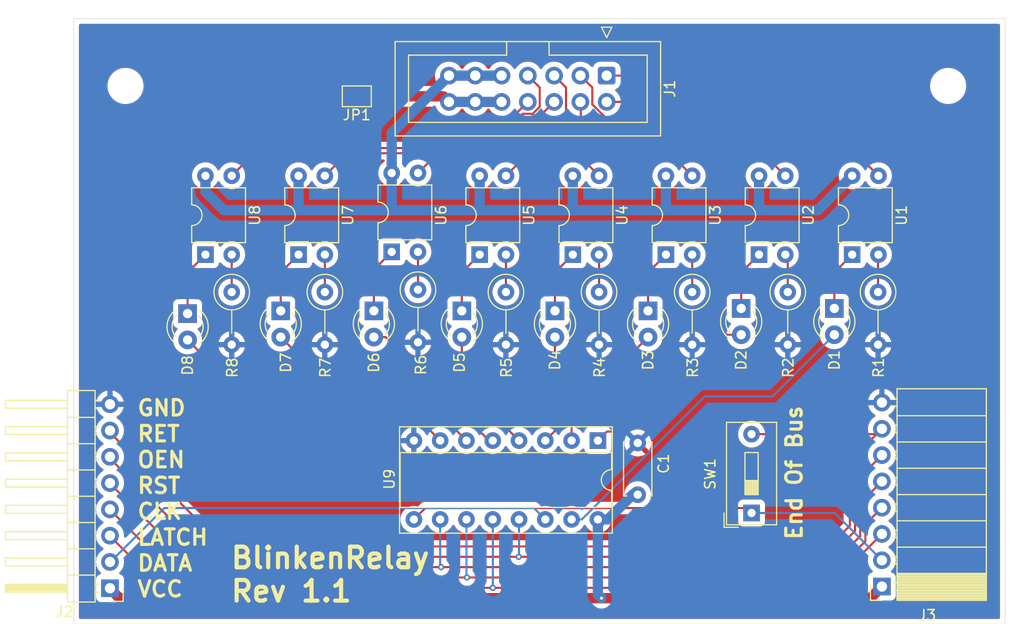
<source format=kicad_pcb>
(kicad_pcb (version 20240108) (generator "pcbnew") (generator_version "8.0")
  (title_block (comment 4 "AISLER Project ID: EPZBMRQH"))
  (layers (0 "F.Cu" signal) (31 "B.Cu" signal) (34 "B.Paste" user) (35 "F.Paste" user) (36 "B.SilkS" user "B.Silkscreen") (37 "F.SilkS" user "F.Silkscreen") (38 "B.Mask" user) (39 "F.Mask" user) (44 "Edge.Cuts" user))
  (net 0 "")
  (net 1 "Kanal 1")
  (net 2 "Kanal 4")
  (net 3 "Net-(J1-Pin_10)")
  (net 4 "+24V")
  (net 5 "Kanal 8")
  (net 6 "Kanal 2")
  (net 7 "Kanal 6")
  (net 8 "Kanal 3")
  (net 9 "Kanal 5")
  (net 10 "Kanal 7")
  (net 11 "Clock")
  (net 12 "Output Enable")
  (net 13 "Reset")
  (net 14 "VCC")
  (net 15 "GND")
  (net 16 "Data")
  (net 17 "Strobe")
  (net 18 "Return")
  (net 19 "Data Out")
  (net 20 "Net-(R1-Pad1)")
  (net 21 "Net-(R2-Pad1)")
  (net 22 "Net-(R3-Pad1)")
  (net 23 "Net-(R4-Pad1)")
  (net 24 "Net-(R5-Pad1)")
  (net 25 "Net-(R6-Pad1)")
  (net 26 "Net-(R7-Pad1)")
  (net 27 "Net-(R8-Pad1)")
  (net 28 "Net-(D1-K)")
  (net 29 "Net-(D1-A)")
  (net 30 "Net-(D2-K)")
  (net 31 "Net-(D2-A)")
  (net 32 "Net-(D3-K)")
  (net 33 "Net-(D3-A)")
  (net 34 "Net-(D4-K)")
  (net 35 "Net-(D4-A)")
  (net 36 "Net-(D5-A)")
  (net 37 "Net-(D5-K)")
  (net 38 "Net-(D6-K)")
  (net 39 "Net-(D6-A)")
  (net 40 "Net-(D7-K)")
  (net 41 "Net-(D7-A)")
  (net 42 "Net-(D8-K)")
  (net 43 "Net-(D8-A)")
  (footprint "Package_DIP:DIP-16_W7.62mm_Socket" (layer "F.Cu") (at 144.65 69.27 -90)
    (property "Reference" "U9")
    (property "Value" "74HC595")
  )
  (footprint "LED_THT:LED_D3.0mm" (layer "F.Cu") (at 158.5 56.5 -90)
    (property "Reference" "D2")
    (property "Value" "LED")
  )
  (footprint "Connector_IDC:IDC-Header_2x07_P2.54mm_Vertical" (layer "F.Cu") (at 145.5 34 -90)
    (property "Reference" "J1")
    (property "Value" "Conn_02x07_Odd_Even")
  )
  (footprint "Package_DIP:DIP-4_W7.62mm" (layer "F.Cu") (at 160.225 51.3 90)
    (property "Reference" "U2")
    (property "Value" "LTV-817")
  )
  (footprint "Resistor_THT:R_Axial_DIN0309_L9.0mm_D3.2mm_P5.08mm_Vertical" (layer "F.Cu") (at 144.765 54.92 -90)
    (property "Reference" "R4")
    (property "Value" "140")
  )
  (footprint "Connector_PinHeader_2.54mm:PinHeader_1x08_P2.54mm_Horizontal" (layer "F.Cu") (at 97.5 83.54 180)
    (property "Reference" "J2")
    (property "Value" "Conn_01x08_Pin")
  )
  (footprint "LED_THT:LED_D3.0mm" (layer "F.Cu") (at 105 57 -90)
    (property "Reference" "D8")
    (property "Value" "LED")
  )
  (footprint "Package_DIP:DIP-4_W7.62mm" (layer "F.Cu") (at 124.725 51.03 90)
    (property "Reference" "U6")
    (property "Value" "LTV-817")
  )
  (footprint "MountingHole:MountingHole_3mm" (layer "F.Cu") (at 99 35)
    (property "Reference" "REF**" (hide yes))
    (property "Value" "MountingHole_3mm")
  )
  (footprint "Package_DIP:DIP-4_W7.62mm" (layer "F.Cu") (at 106.725 51.3 90)
    (property "Reference" "U8")
    (property "Value" "LTV-817")
  )
  (footprint "Package_DIP:DIP-4_W7.62mm" (layer "F.Cu") (at 115.725 51.3 90)
    (property "Reference" "U7")
    (property "Value" "LTV-817")
  )
  (footprint "Button_Switch_THT:SW_DIP_SPSTx01_Slide_9.78x4.72mm_W7.62mm_P2.54mm" (layer "F.Cu") (at 159.5 76.2675 90)
    (property "Reference" "SW1")
    (property "Value" "SW_DIP_x01")
  )
  (footprint "Resistor_THT:R_Axial_DIN0309_L9.0mm_D3.2mm_P5.08mm_Vertical" (layer "F.Cu") (at 135.765 54.92 -90)
    (property "Reference" "R5")
    (property "Value" "140")
  )
  (footprint "Package_DIP:DIP-4_W7.62mm" (layer "F.Cu") (at 133.225 51.3 90)
    (property "Reference" "U5")
    (property "Value" "LTV-817")
  )
  (footprint "LED_THT:LED_D3.0mm" (layer "F.Cu") (at 123 56.73 -90)
    (property "Reference" "D6")
    (property "Value" "LED")
  )
  (footprint "Package_DIP:DIP-4_W7.62mm" (layer "F.Cu") (at 169.225 51.3 90)
    (property "Reference" "U1")
    (property "Value" "LTV-817")
  )
  (footprint "LED_THT:LED_D3.0mm" (layer "F.Cu") (at 167.5 56.5 -90)
    (property "Reference" "D1")
    (property "Value" "LED")
  )
  (footprint "Resistor_THT:R_Axial_DIN0309_L9.0mm_D3.2mm_P5.08mm_Vertical" (layer "F.Cu") (at 127.265 54.69 -90)
    (property "Reference" "R6")
    (property "Value" "140")
  )
  (footprint "Resistor_THT:R_Axial_DIN0309_L9.0mm_D3.2mm_P5.08mm_Vertical" (layer "F.Cu") (at 118.265 54.92 -90)
    (property "Reference" "R7")
    (property "Value" "140")
  )
  (footprint "LED_THT:LED_D3.0mm" (layer "F.Cu") (at 149.5 56.73 -90)
    (property "Reference" "D3")
    (property "Value" "LED")
  )
  (footprint "Resistor_THT:R_Axial_DIN0309_L9.0mm_D3.2mm_P5.08mm_Vertical" (layer "F.Cu") (at 109.265 54.92 -90)
    (property "Reference" "R8")
    (property "Value" "140")
  )
  (footprint "Resistor_THT:R_Axial_DIN0309_L9.0mm_D3.2mm_P5.08mm_Vertical" (layer "F.Cu") (at 171.725 54.92 -90)
    (property "Reference" "R1")
    (property "Value" "140")
  )
  (footprint "Capacitor_THT:C_Disc_D5.0mm_W2.5mm_P5.00mm" (layer "F.Cu") (at 148.5 74.5 90)
    (property "Reference" "C1")
    (property "Value" "10n")
  )
  (footprint "Connector_PinSocket_2.54mm:PinSocket_1x08_P2.54mm_Horizontal" (layer "F.Cu") (at 172.1 83.375 180)
    (property "Reference" "J3")
    (property "Value" "Conn_01x08_Socket")
  )
  (footprint "Resistor_THT:R_Axial_DIN0309_L9.0mm_D3.2mm_P5.08mm_Vertical" (layer "F.Cu") (at 153.765 54.92 -90)
    (property "Reference" "R3")
    (property "Value" "140")
  )
  (footprint "Package_DIP:DIP-4_W7.62mm" (layer "F.Cu") (at 142.225 51.3 90)
    (property "Reference" "U4")
    (property "Value" "LTV-817")
  )
  (footprint "Jumper:SolderJumper-2_P1.3mm_Open_Pad1.0x1.5mm" (layer "F.Cu") (at 121.35 36 180)
    (property "Reference" "JP1")
    (property "Value" "Jumper_2_Open" (hide yes))
  )
  (footprint "Resistor_THT:R_Axial_DIN0309_L9.0mm_D3.2mm_P5.08mm_Vertical" (layer "F.Cu") (at 163 54.92 -90)
    (property "Reference" "R2")
    (property "Value" "140")
  )
  (footprint "MountingHole:MountingHole_3mm" (layer "F.Cu") (at 178.5 35)
    (property "Reference" "REF**" (hide yes))
    (property "Value" "MountingHole_3mm")
  )
  (footprint "LED_THT:LED_D3.0mm" (layer "F.Cu") (at 114 56.73 -90)
    (property "Reference" "D7")
    (property "Value" "LED")
  )
  (footprint "LED_THT:LED_D3.0mm" (layer "F.Cu") (at 140.5 56.73 -90)
    (property "Reference" "D4")
    (property "Value" "LED")
  )
  (footprint "Package_DIP:DIP-4_W7.62mm" (layer "F.Cu") (at 151.225 51.3 90)
    (property "Reference" "U3")
    (property "Value" "LTV-817")
  )
  (footprint "LED_THT:LED_D3.0mm" (layer "F.Cu") (at 131.5 56.73 -90)
    (property "Reference" "D5")
    (property "Value" "LED")
  )
  (gr_rect (start 94 28.5) (end 184 87) (stroke (width 0.05)) (fill none) (layer "Edge.Cuts"))
  (gr_text "End Of Bus" (at 164.5 79 90) (layer "F.SilkS") (effects (font (size 1.5 1.5) (thickness 0.3) (bold yes)) (justify left bottom)))
  (gr_text "BlinkenRelay\nRev 1.1" (at 109 85 0) (layer "F.SilkS") (effects (font (size 2 2) (thickness 0.4) (bold yes)) (justify left bottom)))
  (gr_text "GND" (at 100 67 0) (layer "F.SilkS") (effects (font (size 1.5 1.5) (thickness 0.3) (bold yes)) (justify left bottom)))
  (gr_text "LATCH" (at 100 79.5 0) (layer "F.SilkS") (effects (font (size 1.5 1.5) (thickness 0.3) (bold yes)) (justify left bottom)))
  (gr_text "OEN\n" (at 100 72 0) (layer "F.SilkS") (effects (font (size 1.5 1.5) (thickness 0.3) (bold yes)) (justify left bottom)))
  (gr_text "DATA" (at 100 82 0) (layer "F.SilkS") (effects (font (size 1.5 1.5) (thickness 0.3) (bold yes)) (justify left bottom)))
  (gr_text "RST" (at 100 74.5 0) (layer "F.SilkS") (effects (font (size 1.5 1.5) (thickness 0.3) (bold yes)) (justify left bottom)))
  (gr_text "RET" (at 100 69.5 0) (layer "F.SilkS") (effects (font (size 1.5 1.5) (thickness 0.3) (bold yes)) (justify left bottom)))
  (gr_text "CLK" (at 100 77 0) (layer "F.SilkS") (effects (font (size 1.5 1.5) (thickness 0.3) (bold yes)) (justify left bottom)))
  (gr_text "VCC" (at 100 84.5 0) (layer "F.SilkS") (effects (font (size 1.5 1.5) (thickness 0.3) (bold yes)) (justify left bottom)))
  (segment (start 162.085 34) (end 145.5 34) (width 0.2) (layer "F.Cu") (net 1))
  (segment (start 171.765 43.68) (end 162.085 34) (width 0.2) (layer "F.Cu") (net 1))
  (segment (start 143 41.915) (end 143 36.58) (width 0.2) (layer "F.Cu") (net 2))
  (segment (start 144.765 43.68) (end 143 41.915) (width 0.2) (layer "F.Cu") (net 2))
  (segment (start 122 36) (end 129.72 36) (width 1) (layer "F.Cu") (net 3))
  (segment (start 129.72 36) (end 130.26 36.54) (width 0.2) (layer "F.Cu") (net 3))
  (segment (start 135.34 36.54) (end 132.8 36.54) (width 1) (layer "B.Cu") (net 3))
  (segment (start 130.26 36.54) (end 132.8 36.54) (width 1) (layer "B.Cu") (net 3))
  (segment (start 133.225 46.775) (end 133 47) (width 1) (layer "B.Cu") (net 4))
  (segment (start 142.225 46.725) (end 142.5 47) (width 1) (layer "B.Cu") (net 4))
  (segment (start 106.725 43.68) (end 106.725 45.225) (width 1) (layer "B.Cu") (net 4))
  (segment (start 135.34 34) (end 132.8 34) (width 1) (layer "B.Cu") (net 4))
  (segment (start 160.225 43.68) (end 160.225 46.725) (width 1) (layer "B.Cu") (net 4))
  (segment (start 130.26 34) (end 132.8 34) (width 1) (layer "B.Cu") (net 4))
  (segment (start 151.225 46.725) (end 151.5 47) (width 1) (layer "B.Cu") (net 4))
  (segment (start 160.5 47) (end 165.905 47) (width 1) (layer "B.Cu") (net 4))
  (segment (start 124.725 43.41) (end 124.725 46.775) (width 1) (layer "B.Cu") (net 4))
  (segment (start 124.5 47) (end 133 47) (width 1) (layer "B.Cu") (net 4))
  (segment (start 124.725 46.775) (end 124.5 47) (width 1) (layer "B.Cu") (net 4))
  (segment (start 115.725 46.775) (end 115.5 47) (width 1) (layer "B.Cu") (net 4))
  (segment (start 142.5 47) (end 151.5 47) (width 1) (layer "B.Cu") (net 4))
  (segment (start 160.225 46.725) (end 160.5 47) (width 1) (layer "B.Cu") (net 4))
  (segment (start 124.725 43.41) (end 124.725 39.535) (width 1) (layer "B.Cu") (net 4))
  (segment (start 133.225 43.68) (end 133.225 46.775) (width 1) (layer "B.Cu") (net 4))
  (segment (start 165.905 47) (end 169.225 43.68) (width 1) (layer "B.Cu") (net 4))
  (segment (start 133 47) (end 142.5 47) (width 1) (layer "B.Cu") (net 4))
  (segment (start 124.725 39.535) (end 130.26 34) (width 1) (layer "B.Cu") (net 4))
  (segment (start 108.5 47) (end 115.5 47) (width 1) (layer "B.Cu") (net 4))
  (segment (start 115.725 43.68) (end 115.725 46.775) (width 1) (layer "B.Cu") (net 4))
  (segment (start 151.5 47) (end 160.5 47) (width 1) (layer "B.Cu") (net 4))
  (segment (start 115.5 47) (end 124.5 47) (width 1) (layer "B.Cu") (net 4))
  (segment (start 142.225 43.68) (end 142.225 46.725) (width 1) (layer "B.Cu") (net 4))
  (segment (start 151.225 43.68) (end 151.225 46.725) (width 1) (layer "B.Cu") (net 4))
  (segment (start 106.725 45.225) (end 108.5 47) (width 1) (layer "B.Cu") (net 4))
  (segment (start 133.42 41) (end 137.88 36.54) (width 0.2) (layer "F.Cu") (net 5))
  (segment (start 111.945 41) (end 133.42 41) (width 0.2) (layer "F.Cu") (net 5))
  (segment (start 109.265 43.68) (end 111.945 41) (width 0.2) (layer "F.Cu") (net 5))
  (segment (start 162.765 43.68) (end 155.625 36.54) (width 0.2) (layer "F.Cu") (net 6))
  (segment (start 155.625 36.54) (end 145.5 36.54) (width 0.2) (layer "F.Cu") (net 6))
  (segment (start 128.775 41.9) (end 135.06 41.9) (width 0.2) (layer "F.Cu") (net 7))
  (segment (start 127.265 43.41) (end 128.775 41.9) (width 0.2) (layer "F.Cu") (net 7))
  (segment (start 135.06 41.9) (end 140.42 36.54) (width 0.2) (layer "F.Cu") (net 7))
  (segment (start 153.765 43.68) (end 148.085 38) (width 0.2) (layer "F.Cu") (net 8))
  (segment (start 144.11 36.776346) (end 144.11 35.15) (width 0.2) (layer "F.Cu") (net 8))
  (segment (start 145.333654 38) (end 144.11 36.776346) (width 0.2) (layer "F.Cu") (net 8))
  (segment (start 144.11 35.15) (end 142.96 34) (width 0.2) (layer "F.Cu") (net 8))
  (segment (start 148.085 38) (end 145.333654 38) (width 0.2) (layer "F.Cu") (net 8))
  (segment (start 141.57 37.875) (end 141.57 35.15) (width 0.2) (layer "F.Cu") (net 9))
  (segment (start 135.765 43.68) (end 141.57 37.875) (width 0.2) (layer "F.Cu") (net 9))
  (segment (start 141.57 35.15) (end 140.42 34) (width 0.2) (layer "F.Cu") (net 9))
  (segment (start 139.03 37.016346) (end 139.03 35.15) (width 0.2) (layer "F.Cu") (net 10))
  (segment (start 118.265 43.68) (end 120.445 41.5) (width 0.2) (layer "F.Cu") (net 10))
  (segment (start 120.445 41.5) (end 133.593654 41.5) (width 0.2) (layer "F.Cu") (net 10))
  (segment (start 138.356346 37.69) (end 139.03 37.016346) (width 0.2) (layer "F.Cu") (net 10))
  (segment (start 133.593654 41.5) (end 137.403654 37.69) (width 0.2) (layer "F.Cu") (net 10))
  (segment (start 139.03 35.15) (end 137.88 34) (width 0.2) (layer "F.Cu") (net 10))
  (segment (start 137.403654 37.69) (end 138.356346 37.69) (width 0.2) (layer "F.Cu") (net 10))
  (segment (start 132 82.5) (end 167 82.5) (width 0.2) (layer "F.Cu") (net 11))
  (segment (start 104.04 82.5) (end 97.5 75.96) (width 0.2) (layer "F.Cu") (net 11))
  (segment (start 170.5 79) (end 170.5 77.355) (width 0.2) (layer "F.Cu") (net 11))
  (segment (start 170.5 77.355) (end 172.1 75.755) (width 0.2) (layer "F.Cu") (net 11))
  (segment (start 167 82.5) (end 170.5 79) (width 0.2) (layer "F.Cu") (net 11))
  (segment (start 132 82.5) (end 104.04 82.5) (width 0.2) (layer "F.Cu") (net 11))
  (via (at 132 82.5) (size 0.6) (drill 0.3) (layers "F.Cu" "B.Cu") (net 11))
  (segment (start 131.95 82.45) (end 131.95 76.89) (width 0.2) (layer "B.Cu") (net 11))
  (segment (start 132 82.5) (end 131.95 82.45) (width 0.2) (layer "B.Cu") (net 11))
  (segment (start 107 80.5) (end 137 80.5) (width 0.2) (layer "F.Cu") (net 12))
  (segment (start 167 80.5) (end 169.5 78) (width 0.2) (layer "F.Cu") (net 12))
  (segment (start 107 80.5) (end 97.5 71) (width 0.2) (layer "F.Cu") (net 12))
  (segment (start 137 80.5) (end 167 80.5) (width 0.2) (layer "F.Cu") (net 12))
  (segment (start 169.5 78) (end 169.5 73.275) (width 0.2) (layer "F.Cu") (net 12))
  (segment (start 169.5 73.275) (end 172.1 70.675) (width 0.2) (layer "F.Cu") (net 12))
  (via (at 137 80.5) (size 0.6) (drill 0.3) (layers "F.Cu" "B.Cu") (net 12))
  (segment (start 137.03 80.47) (end 137.03 76.89) (width 0.2) (layer "B.Cu") (net 12))
  (segment (start 137 80.5) (end 137.03 80.47) (width 0.2) (layer "B.Cu") (net 12))
  (segment (start 105.5 81.42) (end 97.5 73.42) (width 0.2) (layer "F.Cu") (net 13))
  (segment (start 129.5 81.5) (end 167 81.5) (width 0.2) (layer "F.Cu") (net 13))
  (segment (start 105.5 81.5) (end 129.5 81.5) (width 0.2) (layer "F.Cu") (net 13))
  (segment (start 105.5 81.5) (end 105.5 81.42) (width 0.2) (layer "F.Cu") (net 13))
  (segment (start 167 81.5) (end 170 78.5) (width 0.2) (layer "F.Cu") (net 13))
  (segment (start 170 78.5) (end 170 75.315) (width 0.2) (layer "F.Cu") (net 13))
  (segment (start 170 75.315) (end 172.1 73.215) (width 0.2) (layer "F.Cu") (net 13))
  (via (at 129.5 81.5) (size 0.6) (drill 0.3) (layers "F.Cu" "B.Cu") (net 13))
  (segment (start 129.41 76.89) (end 129.41 81.41) (width 0.2) (layer "B.Cu") (net 13))
  (segment (start 129.41 81.41) (end 129.5 81.5) (width 0.2) (layer "B.Cu") (net 13))
  (segment (start 170.975 84.5) (end 145 84.5) (width 1) (layer "F.Cu") (net 14))
  (segment (start 98.42 84.5) (end 145 84.5) (width 1) (layer "F.Cu") (net 14))
  (segment (start 172.1 83.375) (end 170.975 84.5) (width 1) (layer "F.Cu") (net 14))
  (segment (start 98.42 84.5) (end 97.5 83.58) (width 1) (layer "F.Cu") (net 14))
  (via (at 145 84.5) (size 0.6) (drill 0.3) (layers "F.Cu" "B.Cu") (net 14))
  (segment (start 144.65 84.15) (end 144.65 76.89) (width 1) (layer "B.Cu") (net 14))
  (segment (start 148 74.5) (end 145.61 76.89) (width 1) (layer "B.Cu") (net 14))
  (segment (start 148.5 74.5) (end 148 74.5) (width 1) (layer "B.Cu") (net 14))
  (segment (start 145 84.5) (end 144.65 84.15) (width 1) (layer "B.Cu") (net 14))
  (segment (start 145.61 76.89) (end 144.65 76.89) (width 1) (layer "B.Cu") (net 14))
  (segment (start 102.75 75.79) (end 138.47 75.79) (width 0.2) (layer "B.Cu") (net 16))
  (segment (start 97.5 81.04) (end 102.75 75.79) (width 0.2) (layer "B.Cu") (net 16))
  (segment (start 138.47 75.79) (end 139.57 76.89) (width 0.2) (layer "B.Cu") (net 16))
  (segment (start 102.5 83.5) (end 134.5 83.5) (width 0.2) (layer "F.Cu") (net 17))
  (segment (start 166.895 83.5) (end 172.1 78.295) (width 0.2) (layer "F.Cu") (net 17))
  (segment (start 102.5 83.5) (end 97.5 78.5) (width 0.2) (layer "F.Cu") (net 17))
  (segment (start 134.5 83.5) (end 166.895 83.5) (width 0.2) (layer "F.Cu") (net 17))
  (via (at 134.5 83.5) (size 0.6) (drill 0.3) (layers "F.Cu" "B.Cu") (net 17))
  (segment (start 134.5 77.748628) (end 134.5 83.5) (width 0.2) (layer "B.Cu") (net 17))
  (segment (start 134.065686 77.314314) (end 134.5 77.748628) (width 0.2) (layer "B.Cu") (net 17))
  (segment (start 169 71.235) (end 172.1 68.135) (width 0.2) (layer "F.Cu") (net 18))
  (segment (start 108.5 79.5) (end 167 79.5) (width 0.2) (layer "F.Cu") (net 18))
  (segment (start 167 79.5) (end 169 77.5) (width 0.2) (layer "F.Cu") (net 18))
  (segment (start 169 77.5) (end 169 71.235) (width 0.2) (layer "F.Cu") (net 18))
  (segment (start 159.5 68.6475) (end 171.5875 68.6475) (width 0.2) (layer "F.Cu") (net 18))
  (segment (start 97.5 68.5) (end 108.5 79.5) (width 0.2) (layer "F.Cu") (net 18))
  (segment (start 127.97 75.79) (end 159.0225 75.79) (width 0.2) (layer "F.Cu") (net 19))
  (segment (start 126.87 76.89) (end 127.97 75.79) (width 0.2) (layer "F.Cu") (net 19))
  (segment (start 167.5325 76.2675) (end 172.1 80.835) (width 0.2) (layer "B.Cu") (net 19))
  (segment (start 159.5 76.2675) (end 167.5325 76.2675) (width 0.2) (layer "B.Cu") (net 19))
  (segment (start 171.725 54.92) (end 171.725 51.34) (width 0.2) (layer "F.Cu") (net 20))
  (segment (start 163 54.92) (end 163 51.535) (width 0.2) (layer "F.Cu") (net 21))
  (segment (start 153.765 54.92) (end 153.765 51.3) (width 0.2) (layer "F.Cu") (net 22))
  (segment (start 144.765 54.92) (end 144.765 51.3) (width 0.2) (layer "F.Cu") (net 23))
  (segment (start 135.765 54.92) (end 135.765 51.3) (width 0.2) (layer "F.Cu") (net 24))
  (segment (start 127.265 54.69) (end 127.265 51.03) (width 0.2) (layer "F.Cu") (net 25))
  (segment (start 118.265 54.92) (end 118.265 51.3) (width 0.2) (layer "F.Cu") (net 26))
  (segment (start 109.265 54.92) (end 109.265 51.3) (width 0.2) (layer "F.Cu") (net 27))
  (segment (start 167.5 53.025) (end 169.225 51.3) (width 0.2) (layer "F.Cu") (net 28))
  (segment (start 167.5 56.5) (end 167.5 53.025) (width 0.2) (layer "F.Cu") (net 28))
  (segment (start 142.11 76.89) (end 143.094365 76.89) (width 0.2) (layer "B.Cu") (net 29))
  (segment (start 154.984365 65) (end 161.54 65) (width 0.2) (layer "B.Cu") (net 29))
  (segment (start 161.54 65) (end 167.5 59.04) (width 0.2) (layer "B.Cu") (net 29))
  (segment (start 143.094365 76.89) (end 154.984365 65) (width 0.2) (layer "B.Cu") (net 29))
  (segment (start 158.5 53.025) (end 160.225 51.3) (width 0.2) (layer "F.Cu") (net 30))
  (segment (start 158.5 56.5) (end 158.5 53.025) (width 0.2) (layer "F.Cu") (net 30))
  (segment (start 145.52 68.4) (end 147.6 68.4) (width 0.2) (layer "F.Cu") (net 31))
  (segment (start 144.65 69.27) (end 145.52 68.4) (width 0.2) (layer "F.Cu") (net 31))
  (segment (start 156.96 59.04) (end 158.5 59.04) (width 0.2) (layer "F.Cu") (net 31))
  (segment (start 147.6 68.4) (end 156.96 59.04) (width 0.2) (layer "F.Cu") (net 31))
  (segment (start 149.5 56.73) (end 149.5 53.025) (width 0.2) (layer "F.Cu") (net 32))
  (segment (start 149.5 53.025) (end 151.225 51.3) (width 0.2) (layer "F.Cu") (net 32))
  (segment (start 142.11 66.66) (end 149.5 59.27) (width 0.2) (layer "F.Cu") (net 33))
  (segment (start 142.11 69.27) (end 142.11 66.66) (width 0.2) (layer "F.Cu") (net 33))
  (segment (start 140.5 56.73) (end 140.5 53.025) (width 0.2) (layer "F.Cu") (net 34))
  (segment (start 140.5 53.025) (end 142.225 51.3) (width 0.2) (layer "F.Cu") (net 34))
  (segment (start 140.5 59.27) (end 140.5 68.34) (width 0.2) (layer "F.Cu") (net 35))
  (segment (start 140.5 68.34) (end 139.57 69.27) (width 0.2) (layer "F.Cu") (net 35))
  (segment (start 131.5 59.27) (end 131.5 63.74) (width 0.2) (layer "F.Cu") (net 36))
  (segment (start 131.5 63.74) (end 137.03 69.27) (width 0.2) (layer "F.Cu") (net 36))
  (segment (start 131.5 53.025) (end 133.225 51.3) (width 0.2) (layer "F.Cu") (net 37))
  (segment (start 131.5 56.73) (end 131.5 53.025) (width 0.2) (layer "F.Cu") (net 37))
  (segment (start 123 56.73) (end 123 52.755) (width 0.2) (layer "F.Cu") (net 38))
  (segment (start 123 52.755) (end 124.725 51.03) (width 0.2) (layer "F.Cu") (net 38))
  (segment (start 124.13 59.27) (end 123 59.27) (width 0.2) (layer "F.Cu") (net 39))
  (segment (start 134.13 69.27) (end 124.13 59.27) (width 0.2) (layer "F.Cu") (net 39))
  (segment (start 114 56.73) (end 114 53.025) (width 0.2) (layer "F.Cu") (net 40))
  (segment (start 114 53.025) (end 115.725 51.3) (width 0.2) (layer "F.Cu") (net 40))
  (segment (start 131.95 69.27) (end 129.18 66.5) (width 0.2) (layer "F.Cu") (net 41))
  (segment (start 129.18 66.5) (end 121.23 66.5) (width 0.2) (layer "F.Cu") (net 41))
  (segment (start 121.23 66.5) (end 114 59.27) (width 0.2) (layer "F.Cu") (net 41))
  (segment (start 105 57) (end 105 53.025) (width 0.2) (layer "F.Cu") (net 42))
  (segment (start 105 53.025) (end 106.725 51.3) (width 0.2) (layer "F.Cu") (net 42))
  (segment (start 127.14 67) (end 112.46 67) (width 0.2) (layer "F.Cu") (net 43))
  (segment (start 129.41 69.27) (end 127.14 67) (width 0.2) (layer "F.Cu") (net 43))
  (segment (start 112.46 67) (end 105 59.54) (width 0.2) (layer "F.Cu") (net 43))
  (zone (net 15) (net_name "GND") (layer "F.Cu") (connect_pads (clearance 0.5)) (min_thickness 0.25) (fill yes (thermal_gap 0.5) (thermal_bridge_width 0.5))
    (polygon (pts (xy 94 28.5) (xy 184 28.5) (xy 184 87) (xy 94 87)))
  )
  (zone (net 15) (net_name "GND") (layer "B.Cu") (priority 1) (connect_pads (clearance 0.5)) (min_thickness 0.25) (fill yes (thermal_gap 0.5) (thermal_bridge_width 0.5))
    (polygon (pts (xy 184 87) (xy 94 87) (xy 94 28.5) (xy 184 28.5)))
  )
)
</source>
